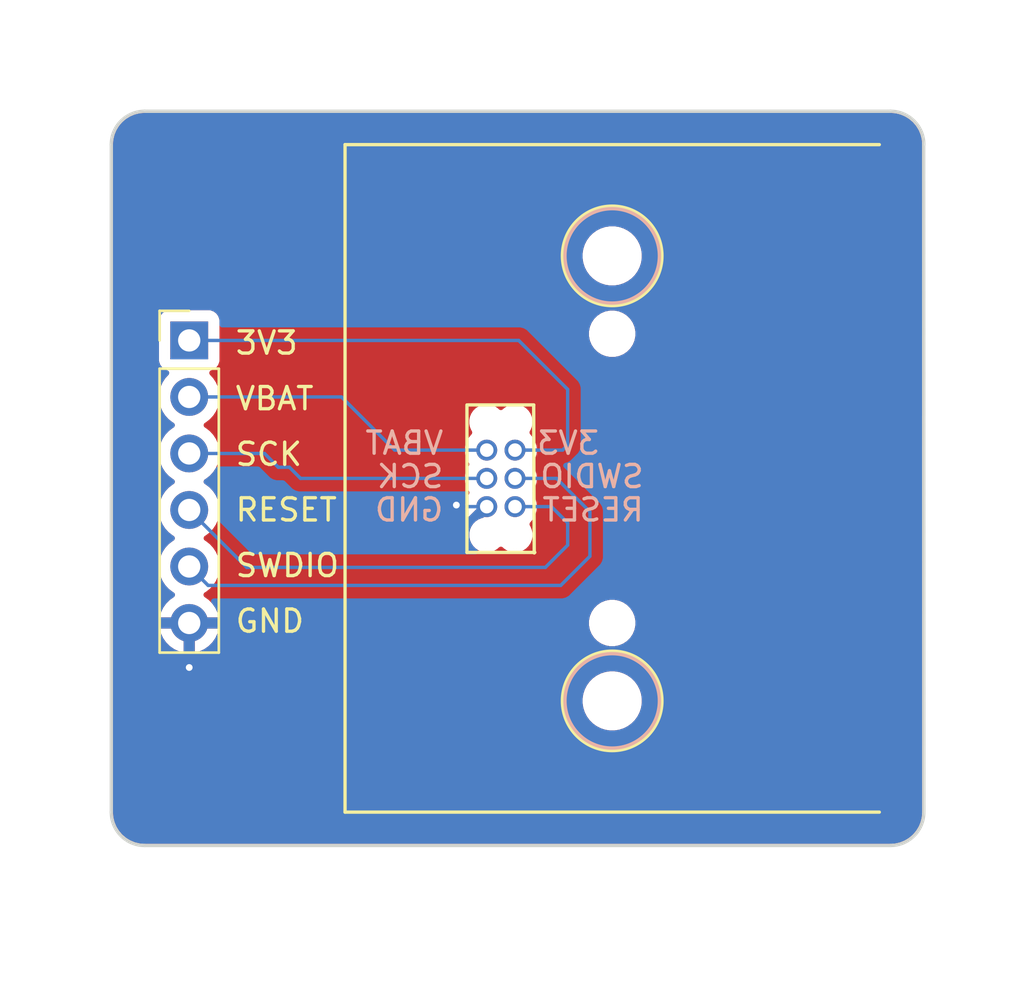
<source format=kicad_pcb>
(kicad_pcb (version 20240108) (generator "pcbnew") (generator_version "8.0")
  (layers (0 "F.Cu" signal) (31 "B.Cu" signal) (34 "B.Paste" user) (35 "F.Paste" user) (36 "B.SilkS" user "B.Silkscreen") (37 "F.SilkS" user "F.Silkscreen") (38 "B.Mask" user) (39 "F.Mask" user) (44 "Edge.Cuts" user))
  (net 0 "")
  (net 1 "+3V3")
  (net 2 "GND")
  (net 3 "VBAT")
  (net 4 "SWDIO")
  (net 5 "RESET")
  (net 6 "SCK")
  (footprint "MultiCharger:6pin_tagpoints_new_offset" (layer "F.Cu") (at 143.55 69.85 90)
    (property "Reference" "J103" (hide yes))
    (property "Value" "Tagbase" (hide yes))
    (fp_circle (center 10 5) (end 11.5 6.5) (stroke (width 0.15)) (fill none) (layer "B.SilkS"))
    (fp_circle (center -10 5) (end -8.5 6.5) (stroke (width 0.15)) (fill none) (layer "B.SilkS"))
    (fp_line (start 15 -7) (end -15 -7) (stroke (width 0.15)) (layer "F.SilkS"))
    (fp_line (start -15 -7) (end -15 17) (stroke (width 0.15)) (layer "F.SilkS"))
    (fp_line (start -3.3274 -1.524) (end 3.302 -1.524) (stroke (width 0.15)) (layer "F.SilkS"))
    (fp_line (start 3.302 -1.4732) (end 3.302 1.4748) (stroke (width 0.15)) (layer "F.SilkS"))
    (fp_line (start 3.302 1.4732) (end -3.3528 1.4986) (stroke (width 0.15)) (layer "F.SilkS"))
    (fp_line (start -3.3274 1.524) (end -3.3274 -1.524) (stroke (width 0.15)) (layer "F.SilkS"))
    (fp_line (start 15 17) (end 15 -7) (stroke (width 0.15)) (layer "F.SilkS"))
    (fp_circle (center 10 5) (end 11 7) (stroke (width 0.15)) (fill none) (layer "F.SilkS"))
    (fp_circle (center -10 5) (end -9 7) (stroke (width 0.15)) (fill none) (layer "F.SilkS"))
    (pad "" np_thru_hole circle (at -10 5 90) (size 2.16 2.16) (drill 2.16) (layers "*.Cu" "*.Mask"))
    (pad "" np_thru_hole circle (at -6.5 5 90) (size 1.5875 1.5875) (drill 1.5875) (layers "*.Cu" "*.Mask"))
    (pad "" np_thru_hole circle (at -2.54 -0.635 90) (size 1.0668 1.0668) (drill 1.0668) (layers "*.Cu"))
    (pad "" np_thru_hole circle (at -2.54 0.635 90) (size 1.0668 1.0668) (drill 1.0668) (layers "*.Cu"))
    (pad "" np_thru_hole circle (at 2.54 -0.635 90) (size 1.0668 1.0668) (drill 1.0668) (layers "*.Cu"))
    (pad "" np_thru_hole circle (at 2.54 0.635 90) (size 1.0668 1.0668) (drill 1.0668) (layers "*.Cu"))
    (pad "" np_thru_hole circle (at 6.5 5 90) (size 1.5875 1.5875) (drill 1.5875) (layers "*.Cu" "*.Mask"))
    (pad "" np_thru_hole circle (at 10 5 90) (size 2.16 2.16) (drill 2.16) (layers "*.Cu" "*.Mask"))
    (pad "1" thru_hole circle (at -1.27 0.635 90) (size 0.9398 0.9398) (drill 0.6096) (layers "*.Cu" "*.Mask") (net 5 "RESET"))
    (pad "2" thru_hole circle (at -1.27 -0.635 90) (size 0.9398 0.9398) (drill 0.6096) (layers "*.Cu" "*.Mask") (net 2 "GND"))
    (pad "3" thru_hole circle (at 0 0.635 90) (size 0.9398 0.9398) (drill 0.6096) (layers "*.Cu" "*.Mask") (net 4 "SWDIO"))
    (pad "4" thru_hole circle (at 0 -0.635 90) (size 0.9398 0.9398) (drill 0.6096) (layers "*.Cu" "*.Mask") (net 6 "SCK"))
    (pad "5" thru_hole circle (at 1.27 0.635 90) (size 0.9398 0.9398) (drill 0.6096) (layers "*.Cu" "*.Mask") (net 1 "+3V3"))
    (pad "6" thru_hole circle (at 1.27 -0.635 90) (size 0.9398 0.9398) (drill 0.6096) (layers "*.Cu" "*.Mask") (net 3 "VBAT"))
  )
  (footprint "Connector_PinHeader_2.54mm:PinHeader_1x06_P2.54mm_Vertical" (layer "F.Cu") (at 129.55 63.65)
    (property "Reference" "J1" (hide yes))
    (property "Value" "Conn_01x06_Pin")
    (fp_line (start -1.33 -1.33) (end 0 -1.33) (stroke (width 0.12)) (layer "F.SilkS"))
    (fp_line (start -1.33 0) (end -1.33 -1.33) (stroke (width 0.12)) (layer "F.SilkS"))
    (fp_line (start -1.33 1.27) (end -1.33 14.03) (stroke (width 0.12)) (layer "F.SilkS"))
    (fp_line (start -1.33 1.27) (end 1.33 1.27) (stroke (width 0.12)) (layer "F.SilkS"))
    (fp_line (start -1.33 14.03) (end 1.33 14.03) (stroke (width 0.12)) (layer "F.SilkS"))
    (fp_line (start 1.33 1.27) (end 1.33 14.03) (stroke (width 0.12)) (layer "F.SilkS"))
    (pad "1" thru_hole rect (at 0 0) (size 1.7 1.7) (drill 1) (layers "*.Cu" "*.Mask") (net 1 "+3V3"))
    (pad "2" thru_hole oval (at 0 2.54) (size 1.7 1.7) (drill 1) (layers "*.Cu" "*.Mask") (net 3 "VBAT"))
    (pad "3" thru_hole oval (at 0 5.08) (size 1.7 1.7) (drill 1) (layers "*.Cu" "*.Mask") (net 6 "SCK"))
    (pad "4" thru_hole oval (at 0 7.62) (size 1.7 1.7) (drill 1) (layers "*.Cu" "*.Mask") (net 5 "RESET"))
    (pad "5" thru_hole oval (at 0 10.16) (size 1.7 1.7) (drill 1) (layers "*.Cu" "*.Mask") (net 4 "SWDIO"))
    (pad "6" thru_hole oval (at 0 12.7) (size 1.7 1.7) (drill 1) (layers "*.Cu" "*.Mask") (net 2 "GND"))
  )
  (gr_arc (start 162.55 84.85) (mid 162.11066 85.91066) (end 161.05 86.35) (stroke (width 0.15)) (layer "Edge.Cuts"))
  (gr_arc (start 127.55 86.35) (mid 126.48934 85.91066) (end 126.05 84.85) (stroke (width 0.15)) (layer "Edge.Cuts"))
  (gr_line (start 127.55 53.35) (end 161.05 53.35) (stroke (width 0.15)) (layer "Edge.Cuts"))
  (gr_line (start 126.05 54.85) (end 126.05 84.85) (stroke (width 0.15)) (layer "Edge.Cuts"))
  (gr_line (start 162.541953 54.85) (end 162.55 84.85) (stroke (width 0.15)) (layer "Edge.Cuts"))
  (gr_arc (start 126.05 54.85) (mid 126.48934 53.78934) (end 127.55 53.35) (stroke (width 0.15)) (layer "Edge.Cuts"))
  (gr_arc (start 161.05 53.35) (mid 162.11066 53.78934) (end 162.55 54.85) (stroke (width 0.15)) (layer "Edge.Cuts"))
  (gr_line (start 161.05 86.35) (end 127.55 86.35) (stroke (width 0.15)) (layer "Edge.Cuts"))
  (gr_text "SCK" (at 141.05 70.35 0) (layer "B.SilkS") (effects (font (size 1 1)) (justify left bottom mirror)))
  (gr_text "3V3" (at 148.05 68.85 0) (layer "B.SilkS") (effects (font (size 1 1)) (justify left bottom mirror)))
  (gr_text "RESET" (at 150.05 71.85 0) (layer "B.SilkS") (effects (font (size 1 1)) (justify left bottom mirror)))
  (gr_text "GND" (at 141.05 71.85 0) (layer "B.SilkS") (effects (font (size 1 1)) (justify left bottom mirror)))
  (gr_text "VBAT" (at 141.05 68.85 0) (layer "B.SilkS") (effects (font (size 1 1)) (justify left bottom mirror)))
  (gr_text "SWDIO" (at 150.05 70.35 0) (layer "B.SilkS") (effects (font (size 1 1)) (justify left bottom mirror)))
  (gr_text "SWDIO" (at 131.55 74.35 0) (layer "F.SilkS") (effects (font (size 1 1)) (justify left bottom)))
  (gr_text "SCK" (at 131.55 69.35 0) (layer "F.SilkS") (effects (font (size 1 1)) (justify left bottom)))
  (gr_text "3V3" (at 131.55 64.35 0) (layer "F.SilkS") (effects (font (size 1 1)) (justify left bottom)))
  (gr_text "GND" (at 131.55 76.85 0) (layer "F.SilkS") (effects (font (size 1 1)) (justify left bottom)))
  (gr_text "RESET" (at 131.55 71.85 0) (layer "F.SilkS") (effects (font (size 1 1)) (justify left bottom)))
  (gr_text "VBAT" (at 131.55 66.85 0) (layer "F.SilkS") (effects (font (size 1 1)) (justify left bottom)))
  (segment (start 129.55 63.65) (end 144.35 63.65) (width 0.1524) (layer "B.Cu") (net 1))
  (segment (start 146.32 68.58) (end 144.185 68.58) (width 0.1524) (layer "B.Cu") (net 1))
  (segment (start 144.35 63.65) (end 146.55 65.85) (width 0.1524) (layer "B.Cu") (net 1))
  (segment (start 146.55 68.35) (end 146.32 68.58) (width 0.1524) (layer "B.Cu") (net 1))
  (segment (start 146.55 65.85) (end 146.55 68.35) (width 0.1524) (layer "B.Cu") (net 1))
  (via (at 141.55 71.05) (size 0.6604) (drill 0.3048) (layers "F.Cu" "B.Cu") (net 2))
  (via (at 129.55 78.35) (size 0.6604) (drill 0.3048) (layers "F.Cu" "B.Cu") (net 2))
  (segment (start 129.55 76.35) (end 129.55 78.35) (width 0.1524) (layer "B.Cu") (net 2))
  (segment (start 129.55 78.85) (end 129.55 78.35) (width 0.1524) (layer "B.Cu") (net 2))
  (segment (start 142.915 71.12) (end 141.62 71.12) (width 0.1524) (layer "B.Cu") (net 2))
  (segment (start 141.62 71.12) (end 141.55 71.05) (width 0.1524) (layer "B.Cu") (net 2))
  (segment (start 129.55 66.19) (end 136.39 66.19) (width 0.1524) (layer "B.Cu") (net 3))
  (segment (start 138.78 68.58) (end 142.915 68.58) (width 0.1524) (layer "B.Cu") (net 3))
  (segment (start 136.39 66.19) (end 138.78 68.58) (width 0.1524) (layer "B.Cu") (net 3))
  (segment (start 130.4 74.66) (end 146.24 74.66) (width 0.1524) (layer "B.Cu") (net 4))
  (segment (start 146.24 74.66) (end 147.55 73.35) (width 0.1524) (layer "B.Cu") (net 4))
  (segment (start 147.55 73.35) (end 147.55 71.35) (width 0.1524) (layer "B.Cu") (net 4))
  (segment (start 129.55 73.81) (end 130.4 74.66) (width 0.1524) (layer "B.Cu") (net 4))
  (segment (start 147.55 71.35) (end 146.05 69.85) (width 0.1524) (layer "B.Cu") (net 4))
  (segment (start 146.05 69.85) (end 144.185 69.85) (width 0.1524) (layer "B.Cu") (net 4))
  (segment (start 132.13 73.85) (end 129.55 71.27) (width 0.1524) (layer "B.Cu") (net 5))
  (segment (start 145.55 73.85) (end 132.13 73.85) (width 0.1524) (layer "B.Cu") (net 5))
  (segment (start 145.55 73.85) (end 146.55 72.85) (width 0.1524) (layer "B.Cu") (net 5))
  (segment (start 146.55 71.85) (end 146.55 72.85) (width 0.1524) (layer "B.Cu") (net 5))
  (segment (start 144.185 71.12) (end 145.82 71.12) (width 0.1524) (layer "B.Cu") (net 5))
  (segment (start 145.82 71.12) (end 146.55 71.85) (width 0.1524) (layer "B.Cu") (net 5))
  (segment (start 133.55 69.35) (end 134.05 69.35) (width 0.1524) (layer "B.Cu") (net 6))
  (segment (start 134.55 69.85) (end 142.915 69.85) (width 0.1524) (layer "B.Cu") (net 6))
  (segment (start 129.55 68.73) (end 132.93 68.73) (width 0.1524) (layer "B.Cu") (net 6))
  (segment (start 132.93 68.73) (end 133.55 69.35) (width 0.1524) (layer "B.Cu") (net 6))
  (segment (start 134.05 69.35) (end 134.55 69.85) (width 0.1524) (layer "B.Cu") (net 6))
  (zone (net 2) (net_name "GND") (layer "F.Cu") (priority 1) (connect_pads (clearance 0.508)) (min_thickness 0.25) (fill yes (thermal_gap 0.5) (thermal_bridge_width 0.5))
    (polygon (pts (xy 123.05 48.35) (xy 166.55 48.85) (xy 167.05 93.35) (xy 121.05 92.85)))
  )
  (zone (net 2) (net_name "GND") (layer "B.Cu") (connect_pads (clearance 0.508)) (min_thickness 0.25) (fill yes (thermal_gap 0.5) (thermal_bridge_width 0.5))
    (polygon (pts (xy 122.55 49.35) (xy 164.55 50.35) (xy 165.05 91.85) (xy 122.55 91.35)))
  )
)
</source>
